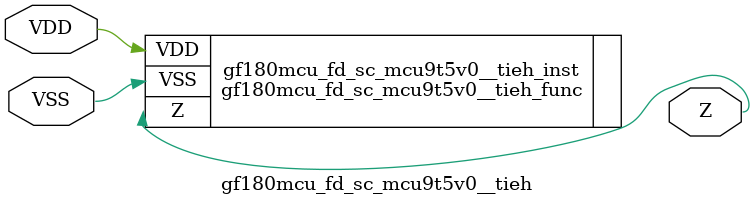
<source format=v>

module gf180mcu_fd_sc_mcu9t5v0__tieh( Z, VDD, VSS );
inout VDD, VSS;
output Z;

   `ifdef FUNCTIONAL  //  functional //

	gf180mcu_fd_sc_mcu9t5v0__tieh_func gf180mcu_fd_sc_mcu9t5v0__tieh_behav_inst(.Z(Z),.VDD(VDD),.VSS(VSS));

   `else

	gf180mcu_fd_sc_mcu9t5v0__tieh_func gf180mcu_fd_sc_mcu9t5v0__tieh_inst(.Z(Z),.VDD(VDD),.VSS(VSS));

	// spec_gates_begin


	// spec_gates_end



   specify

	// specify_block_begin

	// specify_block_end

   endspecify

   `endif

endmodule

</source>
